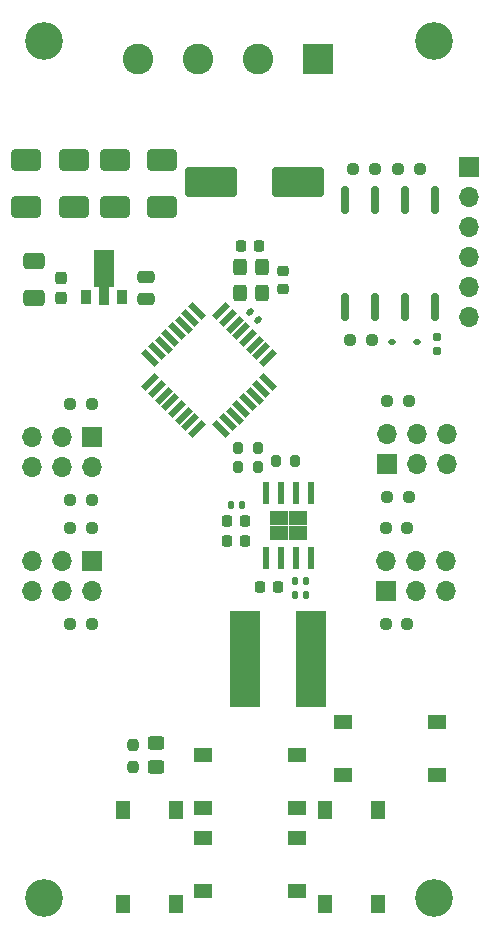
<source format=gbr>
%TF.GenerationSoftware,KiCad,Pcbnew,7.0.7*%
%TF.CreationDate,2024-01-29T23:44:09+01:00*%
%TF.ProjectId,OS-servoDriver,4f532d73-6572-4766-9f44-72697665722e,rev?*%
%TF.SameCoordinates,Original*%
%TF.FileFunction,Soldermask,Top*%
%TF.FilePolarity,Negative*%
%FSLAX46Y46*%
G04 Gerber Fmt 4.6, Leading zero omitted, Abs format (unit mm)*
G04 Created by KiCad (PCBNEW 7.0.7) date 2024-01-29 23:44:09*
%MOMM*%
%LPD*%
G01*
G04 APERTURE LIST*
G04 Aperture macros list*
%AMRoundRect*
0 Rectangle with rounded corners*
0 $1 Rounding radius*
0 $2 $3 $4 $5 $6 $7 $8 $9 X,Y pos of 4 corners*
0 Add a 4 corners polygon primitive as box body*
4,1,4,$2,$3,$4,$5,$6,$7,$8,$9,$2,$3,0*
0 Add four circle primitives for the rounded corners*
1,1,$1+$1,$2,$3*
1,1,$1+$1,$4,$5*
1,1,$1+$1,$6,$7*
1,1,$1+$1,$8,$9*
0 Add four rect primitives between the rounded corners*
20,1,$1+$1,$2,$3,$4,$5,0*
20,1,$1+$1,$4,$5,$6,$7,0*
20,1,$1+$1,$6,$7,$8,$9,0*
20,1,$1+$1,$8,$9,$2,$3,0*%
%AMRotRect*
0 Rectangle, with rotation*
0 The origin of the aperture is its center*
0 $1 length*
0 $2 width*
0 $3 Rotation angle, in degrees counterclockwise*
0 Add horizontal line*
21,1,$1,$2,0,0,$3*%
%AMFreePoly0*
4,1,9,3.862500,-0.866500,0.737500,-0.866500,0.737500,-0.450000,-0.737500,-0.450000,-0.737500,0.450000,0.737500,0.450000,0.737500,0.866500,3.862500,0.866500,3.862500,-0.866500,3.862500,-0.866500,$1*%
G04 Aperture macros list end*
%ADD10R,1.700000X1.700000*%
%ADD11O,1.700000X1.700000*%
%ADD12R,0.900000X1.300000*%
%ADD13FreePoly0,90.000000*%
%ADD14RoundRect,0.237500X-0.250000X-0.237500X0.250000X-0.237500X0.250000X0.237500X-0.250000X0.237500X0*%
%ADD15R,0.610000X1.910000*%
%ADD16R,1.550000X1.205000*%
%ADD17RoundRect,0.225000X-0.225000X-0.250000X0.225000X-0.250000X0.225000X0.250000X-0.225000X0.250000X0*%
%ADD18RoundRect,0.250000X-0.450000X0.325000X-0.450000X-0.325000X0.450000X-0.325000X0.450000X0.325000X0*%
%ADD19R,1.550000X1.300000*%
%ADD20RoundRect,0.140000X-0.219203X-0.021213X-0.021213X-0.219203X0.219203X0.021213X0.021213X0.219203X0*%
%ADD21C,3.200000*%
%ADD22RoundRect,0.250000X-1.950000X-1.000000X1.950000X-1.000000X1.950000X1.000000X-1.950000X1.000000X0*%
%ADD23R,1.300000X1.550000*%
%ADD24RoundRect,0.200000X0.200000X0.275000X-0.200000X0.275000X-0.200000X-0.275000X0.200000X-0.275000X0*%
%ADD25RoundRect,0.160000X-0.160000X0.197500X-0.160000X-0.197500X0.160000X-0.197500X0.160000X0.197500X0*%
%ADD26RoundRect,0.250000X0.475000X-0.250000X0.475000X0.250000X-0.475000X0.250000X-0.475000X-0.250000X0*%
%ADD27RoundRect,0.225000X-0.250000X0.225000X-0.250000X-0.225000X0.250000X-0.225000X0.250000X0.225000X0*%
%ADD28RoundRect,0.162500X0.162500X-1.012500X0.162500X1.012500X-0.162500X1.012500X-0.162500X-1.012500X0*%
%ADD29RoundRect,0.200000X-0.200000X-0.275000X0.200000X-0.275000X0.200000X0.275000X-0.200000X0.275000X0*%
%ADD30RoundRect,0.237500X0.250000X0.237500X-0.250000X0.237500X-0.250000X-0.237500X0.250000X-0.237500X0*%
%ADD31RoundRect,0.225000X0.225000X0.250000X-0.225000X0.250000X-0.225000X-0.250000X0.225000X-0.250000X0*%
%ADD32RotRect,1.600000X0.550000X225.000000*%
%ADD33RotRect,1.600000X0.550000X315.000000*%
%ADD34RoundRect,0.250000X1.000000X0.650000X-1.000000X0.650000X-1.000000X-0.650000X1.000000X-0.650000X0*%
%ADD35RoundRect,0.237500X0.237500X-0.300000X0.237500X0.300000X-0.237500X0.300000X-0.237500X-0.300000X0*%
%ADD36RoundRect,0.300000X0.300000X-0.400000X0.300000X0.400000X-0.300000X0.400000X-0.300000X-0.400000X0*%
%ADD37RoundRect,0.112500X-0.187500X-0.112500X0.187500X-0.112500X0.187500X0.112500X-0.187500X0.112500X0*%
%ADD38R,2.600000X2.600000*%
%ADD39C,2.600000*%
%ADD40RoundRect,0.250000X0.650000X-0.412500X0.650000X0.412500X-0.650000X0.412500X-0.650000X-0.412500X0*%
%ADD41RoundRect,0.140000X-0.140000X-0.170000X0.140000X-0.170000X0.140000X0.170000X-0.140000X0.170000X0*%
%ADD42R,2.600000X8.200000*%
%ADD43RoundRect,0.237500X-0.237500X0.250000X-0.237500X-0.250000X0.237500X-0.250000X0.237500X0.250000X0*%
G04 APERTURE END LIST*
D10*
%TO.C,J801*%
X132920000Y-146540000D03*
D11*
X132920000Y-144000000D03*
X135460000Y-146540000D03*
X135460000Y-144000000D03*
X138000000Y-146540000D03*
X138000000Y-144000000D03*
%TD*%
D12*
%TO.C,U301*%
X107571000Y-121651000D03*
D13*
X109071000Y-121563500D03*
D12*
X110571000Y-121651000D03*
%TD*%
D14*
%TO.C,R1002*%
X130175500Y-110820000D03*
X132000500Y-110820000D03*
%TD*%
D15*
%TO.C,U901*%
X122793500Y-143763500D03*
X124063500Y-143763500D03*
X125333500Y-143763500D03*
X126603500Y-143763500D03*
X126603500Y-138203500D03*
X125333500Y-138203500D03*
X124063500Y-138203500D03*
X122793500Y-138203500D03*
D16*
X123923500Y-141586000D03*
X125473500Y-141586000D03*
X123923500Y-140381000D03*
X125473500Y-140381000D03*
%TD*%
D14*
%TO.C,R1001*%
X129921500Y-125298000D03*
X131746500Y-125298000D03*
%TD*%
D17*
%TO.C,C904*%
X119478500Y-140620000D03*
X121028500Y-140620000D03*
%TD*%
D18*
%TO.C,D201*%
X113491000Y-159364500D03*
X113491000Y-161414500D03*
%TD*%
D19*
%TO.C,SW602*%
X117484527Y-160435805D03*
X125434527Y-160435805D03*
X117484527Y-164935805D03*
X125434527Y-164935805D03*
%TD*%
D20*
%TO.C,C202*%
X121444695Y-122868000D03*
X122123517Y-123546822D03*
%TD*%
D21*
%TO.C,REF\u002A\u002A*%
X104000000Y-172500000D03*
%TD*%
D14*
%TO.C,R702*%
X133057500Y-130483500D03*
X134882500Y-130483500D03*
%TD*%
D21*
%TO.C,REF\u002A\u002A*%
X137000000Y-172500000D03*
%TD*%
D22*
%TO.C,C1101*%
X118093000Y-111887000D03*
X125493000Y-111887000D03*
%TD*%
D10*
%TO.C,J1001*%
X108025000Y-133500000D03*
D11*
X108025000Y-136040000D03*
X105485000Y-133500000D03*
X105485000Y-136040000D03*
X102945000Y-133500000D03*
X102945000Y-136040000D03*
%TD*%
D10*
%TO.C,J701*%
X133047000Y-135809000D03*
D11*
X133047000Y-133269000D03*
X135587000Y-135809000D03*
X135587000Y-133269000D03*
X138127000Y-135809000D03*
X138127000Y-133269000D03*
%TD*%
D23*
%TO.C,SW601*%
X110700527Y-173010805D03*
X110700527Y-165060805D03*
X115200527Y-173010805D03*
X115200527Y-165060805D03*
%TD*%
D24*
%TO.C,R903*%
X122094500Y-136063000D03*
X120444500Y-136063000D03*
%TD*%
D25*
%TO.C,R202*%
X137287000Y-125005500D03*
X137287000Y-126200500D03*
%TD*%
D26*
%TO.C,C301*%
X112649000Y-121812500D03*
X112649000Y-119912500D03*
%TD*%
D19*
%TO.C,SW605*%
X129295527Y-157641805D03*
X137245527Y-157641805D03*
X129295527Y-162141805D03*
X137245527Y-162141805D03*
%TD*%
D10*
%TO.C,J901*%
X108025000Y-144000000D03*
D11*
X108025000Y-146540000D03*
X105485000Y-144000000D03*
X105485000Y-146540000D03*
X102945000Y-144000000D03*
X102945000Y-146540000D03*
%TD*%
D27*
%TO.C,C201*%
X124206695Y-119426000D03*
X124206695Y-120976000D03*
%TD*%
D28*
%TO.C,U1001*%
X129460000Y-122500000D03*
X132000000Y-122500000D03*
X134540000Y-122500000D03*
X137080000Y-122500000D03*
X137080000Y-113450000D03*
X134540000Y-113450000D03*
X132000000Y-113450000D03*
X129460000Y-113450000D03*
%TD*%
D10*
%TO.C,J201*%
X140000000Y-110615805D03*
D11*
X140000000Y-113155805D03*
X140000000Y-115695805D03*
X140000000Y-118235805D03*
X140000000Y-120775805D03*
X140000000Y-123315805D03*
%TD*%
D29*
%TO.C,R901*%
X120444500Y-134412000D03*
X122094500Y-134412000D03*
%TD*%
D30*
%TO.C,R905*%
X108014500Y-149325500D03*
X106189500Y-149325500D03*
%TD*%
D14*
%TO.C,R1003*%
X133985500Y-110820000D03*
X135810500Y-110820000D03*
%TD*%
D31*
%TO.C,C901*%
X123822500Y-146223000D03*
X122272500Y-146223000D03*
%TD*%
%TO.C,C203*%
X122219695Y-117280000D03*
X120669695Y-117280000D03*
%TD*%
D32*
%TO.C,U202*%
X122959798Y-126805695D03*
X122394112Y-126240010D03*
X121828427Y-125674324D03*
X121262742Y-125108639D03*
X120697056Y-124542953D03*
X120131371Y-123977268D03*
X119565685Y-123411583D03*
X119000000Y-122845897D03*
D33*
X116949390Y-122845897D03*
X116383705Y-123411583D03*
X115818019Y-123977268D03*
X115252334Y-124542953D03*
X114686648Y-125108639D03*
X114120963Y-125674324D03*
X113555278Y-126240010D03*
X112989592Y-126805695D03*
D32*
X112989592Y-128856305D03*
X113555278Y-129421990D03*
X114120963Y-129987676D03*
X114686648Y-130553361D03*
X115252334Y-131119047D03*
X115818019Y-131684732D03*
X116383705Y-132250417D03*
X116949390Y-132816103D03*
D33*
X119000000Y-132816103D03*
X119565685Y-132250417D03*
X120131371Y-131684732D03*
X120697056Y-131119047D03*
X121262742Y-130553361D03*
X121828427Y-129987676D03*
X122394112Y-129421990D03*
X122959798Y-128856305D03*
%TD*%
D34*
%TO.C,D1104*%
X106500000Y-110050000D03*
X102500000Y-110050000D03*
%TD*%
%TO.C,D1101*%
X114000000Y-114000000D03*
X110000000Y-114000000D03*
%TD*%
D35*
%TO.C,C302*%
X105412000Y-121751500D03*
X105412000Y-120026500D03*
%TD*%
D17*
%TO.C,C905*%
X119478500Y-142286000D03*
X121028500Y-142286000D03*
%TD*%
D30*
%TO.C,R904*%
X108014500Y-141197500D03*
X106189500Y-141197500D03*
%TD*%
D19*
%TO.C,SW603*%
X117484527Y-167420805D03*
X125434527Y-167420805D03*
X117484527Y-171920805D03*
X125434527Y-171920805D03*
%TD*%
D21*
%TO.C,REF\u002A\u002A*%
X137000000Y-100000000D03*
%TD*%
D14*
%TO.C,R701*%
X133057500Y-138611500D03*
X134882500Y-138611500D03*
%TD*%
D36*
%TO.C,Y201*%
X122455695Y-121258000D03*
X122455695Y-119058000D03*
X120555695Y-119058000D03*
X120555695Y-121258000D03*
%TD*%
D37*
%TO.C,D1001*%
X133467000Y-125425000D03*
X135567000Y-125425000D03*
%TD*%
D34*
%TO.C,D1103*%
X114000000Y-110050000D03*
X110000000Y-110050000D03*
%TD*%
D14*
%TO.C,R802*%
X132930500Y-141214500D03*
X134755500Y-141214500D03*
%TD*%
D38*
%TO.C,J101*%
X127160000Y-101500000D03*
D39*
X122080000Y-101500000D03*
X117000000Y-101500000D03*
X111920000Y-101500000D03*
%TD*%
D40*
%TO.C,C303*%
X103126000Y-121689500D03*
X103126000Y-118564500D03*
%TD*%
D21*
%TO.C,REF\u002A\u002A*%
X104000000Y-100000000D03*
%TD*%
D30*
%TO.C,R1004*%
X108014500Y-130697500D03*
X106189500Y-130697500D03*
%TD*%
D41*
%TO.C,C902*%
X125206500Y-145715000D03*
X126166500Y-145715000D03*
%TD*%
%TO.C,C903*%
X125206500Y-146858000D03*
X126166500Y-146858000D03*
%TD*%
D42*
%TO.C,L901*%
X126625000Y-152273000D03*
X121025000Y-152273000D03*
%TD*%
D41*
%TO.C,C906*%
X119775500Y-139238000D03*
X120735500Y-139238000D03*
%TD*%
D29*
%TO.C,R902*%
X123619500Y-135555000D03*
X125269500Y-135555000D03*
%TD*%
D14*
%TO.C,R801*%
X132930500Y-149342500D03*
X134755500Y-149342500D03*
%TD*%
D34*
%TO.C,D1102*%
X106500000Y-114050000D03*
X102500000Y-114050000D03*
%TD*%
D30*
%TO.C,R1005*%
X108014500Y-138825500D03*
X106189500Y-138825500D03*
%TD*%
D43*
%TO.C,R201*%
X111500000Y-159587500D03*
X111500000Y-161412500D03*
%TD*%
D23*
%TO.C,SW604*%
X127770527Y-173042805D03*
X127770527Y-165092805D03*
X132270527Y-173042805D03*
X132270527Y-165092805D03*
%TD*%
M02*

</source>
